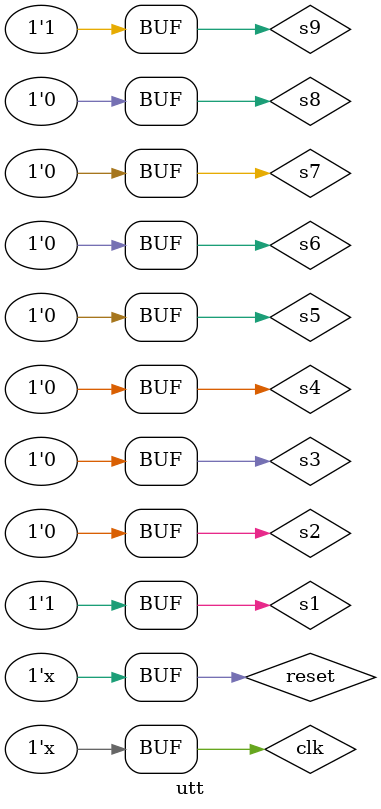
<source format=v>

module utt;

// Inputs
reg clk;
reg reset;
reg s1;
reg s2;
reg s3;
reg s4;
reg s5;
reg s6;
reg s7;
reg s8;
reg s9;

// Outputs
wire [3:0] counter1;
wire [3:0] counter2;
wire [3:0] counter3;
wire [3:0] counter4;
wire [3:0] counter5;
wire [4:0] counter6;
wire [4:0] counter7;
wire [4:0] counter8;
wire [3:0] control;
wire [3:0] control2;
wire [3:0] control3;
wire [3:0] control4;
wire [7:0] display;
wire [7:0] display2;
wire [7:0] display3;


// Instantiate the Unit Under Test (UUT)
uy uut (
.counter1(counter1),
.counter2(counter2),
.counter3(counter3),
.counter4(counter4),
.counter5(counter5),
.counter6(counter6),
.counter7(counter7),
.counter8(counter8),
.control(control),
.control2(control2),
.control3(control3),
.control4(control4),
.display(display),
.display2(display2),
.display3(display3),
.clk(clk),
.reset(reset),
.s1(s1),
.s2(s2),
.s3(s3),
.s4(s4),
.s5(s5),
.s6(s6),
.s7(s7),
.s8(s8),
.s9(s9)
);


initial begin
// Initialize Inputs
clk = 0;
reset = 1;
s1 = 0;
s2 = 0;
s3 = 0;
s4 = 0;
s5 = 0;
s6 = 0;
s7 = 0;
s8 = 0;
s9 = 0;



end
always
begin
#5 clk=~clk;reset=~reset;
end

initial
begin
s1=1'b0;s2=1'b0;s3=1'b0;s4=1'b0;s5=1'b0;s6=1'b0;s7=1'b0;s8=1'b0;s9=1'b0;
#10000 s1=1'b1;s2=1'b1;s3=1'b0;s4=1'b0;s5=1'b0;s6=1'b0;s7=1'b0;s8=1'b0;s9=1'b0;
#10000 s1=1'b1;s2=1'b0;s3=1'b1;s4=1'b0;s5=1'b0;s6=1'b0;s7=1'b0;s8=1'b0;s9=1'b0;
#10000 s1=1'b1;s2=1'b0;s3=1'b0;s4=1'b1;s5=1'b0;s6=1'b0;s7=1'b0;s8=1'b0;s9=1'b0;
#10000 s1=1'b1;s2=1'b0;s3=1'b0;s4=1'b0;s5=1'b1;s6=1'b0;s7=1'b0;s8=1'b0;s9=1'b0;
#10000 s1=1'b1;s2=1'b0;s3=1'b0;s4=1'b0;s5=1'b0;s6=1'b1;s7=1'b0;s8=1'b0;s9=1'b0;
#10000 s1=1'b1;s2=1'b0;s3=1'b0;s4=1'b0;s5=1'b0;s6=1'b0;s7=1'b1;s8=1'b0;s9=1'b0;
#10000 s1=1'b1;s2=1'b0;s3=1'b0;s4=1'b0;s5=1'b0;s6=1'b0;s7=1'b0;s8=1'b1;s9=1'b0;
#10000 s1=1'b1;s2=1'b0;s3=1'b0;s4=1'b0;s5=1'b0;s6=1'b0;s7=1'b0;s8=1'b0;s9=1'b1;
end
initial $monitor("clk=%b,reset=%b,display[0]=%b,display[1]=%b,display[2]=%b,display[3]=%b,display[4]=%b,display[5]=%b,display[6]=%b,display[7]=%b,display2[0]=%b,display2[1]=%b,display2[2]=%b,display2[3]=%b,display2[4]=%b,display2[5]=%b,display2[6]=%b,display2[7]=%b,display3[0]=%b,display3[1]=%b,display3[2]=%b,display3[3]=%b,display3[4]=%b,display3[5]=%b,display3[6]=%b,display3[7]=%b,s1=%b,s2=%b,s3=%b,s4=%b,s5=%b,s6=%b,s7=%b,s8=%b,s9=%b,control[0]=%b,control[1]=%b,control[2]=%b,control2[0]=%b,control2[1]=%b,control2[3]=%b,control3[0]=%b,control3[1]=%b,control3[2]=%b",
clk,reset,display[0],display[1],display[2],display[3],display[4],display[5],display[6],display[7], display[0],display2[1],display2[2],display2[3],display2[4],display2[5],display2[6],display2[7],display[0],display3[1],display3[2],display3[3],display3[4],display3[5],display3[6],display3[7],s1,s2,s3,s4,s5,s6,s7,s8,s9,control[0],
control[1],control[2],control[3],control2[0],control2[1],
control2[2],control2[3],control3[0],control3[1],control3[2],control3[3]);


     
endmodule

</source>
